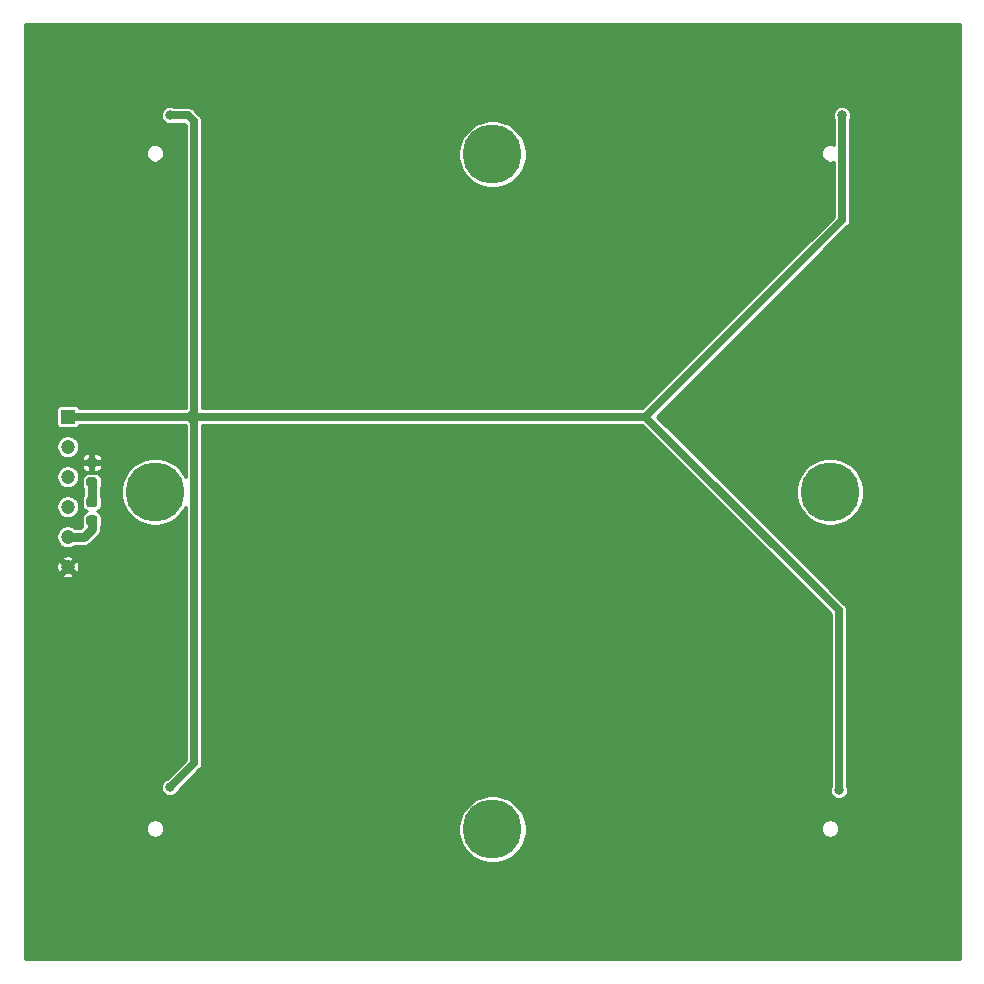
<source format=gtl>
G04 #@! TF.GenerationSoftware,KiCad,Pcbnew,5.1.10-88a1d61d58~88~ubuntu18.04.1*
G04 #@! TF.CreationDate,2021-09-30T10:19:46+02:00*
G04 #@! TF.ProjectId,pmod_microphone_array_2x2,706d6f64-5f6d-4696-9372-6f70686f6e65,1.0.0*
G04 #@! TF.SameCoordinates,Original*
G04 #@! TF.FileFunction,Copper,L1,Top*
G04 #@! TF.FilePolarity,Positive*
%FSLAX46Y46*%
G04 Gerber Fmt 4.6, Leading zero omitted, Abs format (unit mm)*
G04 Created by KiCad (PCBNEW 5.1.10-88a1d61d58~88~ubuntu18.04.1) date 2021-09-30 10:19:46*
%MOMM*%
%LPD*%
G01*
G04 APERTURE LIST*
G04 #@! TA.AperFunction,ComponentPad*
%ADD10R,1.200000X1.200000*%
G04 #@! TD*
G04 #@! TA.AperFunction,ComponentPad*
%ADD11C,1.200000*%
G04 #@! TD*
G04 #@! TA.AperFunction,ViaPad*
%ADD12C,5.000000*%
G04 #@! TD*
G04 #@! TA.AperFunction,ViaPad*
%ADD13C,0.900000*%
G04 #@! TD*
G04 #@! TA.AperFunction,ViaPad*
%ADD14C,0.800000*%
G04 #@! TD*
G04 #@! TA.AperFunction,Conductor*
%ADD15C,0.750000*%
G04 #@! TD*
G04 #@! TA.AperFunction,Conductor*
%ADD16C,0.650000*%
G04 #@! TD*
G04 #@! TA.AperFunction,Conductor*
%ADD17C,0.254000*%
G04 #@! TD*
G04 #@! TA.AperFunction,Conductor*
%ADD18C,0.100000*%
G04 #@! TD*
G04 APERTURE END LIST*
D10*
X30226000Y-86233000D03*
D11*
X30226000Y-88773000D03*
X30226000Y-91313000D03*
X30226000Y-93853000D03*
X30226000Y-96393000D03*
X30226000Y-98933000D03*
G04 #@! TA.AperFunction,SMDPad,CuDef*
G36*
G01*
X31983000Y-91357000D02*
X32533000Y-91357000D01*
G75*
G02*
X32733000Y-91557000I0J-200000D01*
G01*
X32733000Y-91957000D01*
G75*
G02*
X32533000Y-92157000I-200000J0D01*
G01*
X31983000Y-92157000D01*
G75*
G02*
X31783000Y-91957000I0J200000D01*
G01*
X31783000Y-91557000D01*
G75*
G02*
X31983000Y-91357000I200000J0D01*
G01*
G37*
G04 #@! TD.AperFunction*
G04 #@! TA.AperFunction,SMDPad,CuDef*
G36*
G01*
X31983000Y-89707000D02*
X32533000Y-89707000D01*
G75*
G02*
X32733000Y-89907000I0J-200000D01*
G01*
X32733000Y-90307000D01*
G75*
G02*
X32533000Y-90507000I-200000J0D01*
G01*
X31983000Y-90507000D01*
G75*
G02*
X31783000Y-90307000I0J200000D01*
G01*
X31783000Y-89907000D01*
G75*
G02*
X31983000Y-89707000I200000J0D01*
G01*
G37*
G04 #@! TD.AperFunction*
G04 #@! TA.AperFunction,SMDPad,CuDef*
G36*
G01*
X32514250Y-93884000D02*
X32001750Y-93884000D01*
G75*
G02*
X31783000Y-93665250I0J218750D01*
G01*
X31783000Y-93227750D01*
G75*
G02*
X32001750Y-93009000I218750J0D01*
G01*
X32514250Y-93009000D01*
G75*
G02*
X32733000Y-93227750I0J-218750D01*
G01*
X32733000Y-93665250D01*
G75*
G02*
X32514250Y-93884000I-218750J0D01*
G01*
G37*
G04 #@! TD.AperFunction*
G04 #@! TA.AperFunction,SMDPad,CuDef*
G36*
G01*
X32514250Y-95459000D02*
X32001750Y-95459000D01*
G75*
G02*
X31783000Y-95240250I0J218750D01*
G01*
X31783000Y-94802750D01*
G75*
G02*
X32001750Y-94584000I218750J0D01*
G01*
X32514250Y-94584000D01*
G75*
G02*
X32733000Y-94802750I0J-218750D01*
G01*
X32733000Y-95240250D01*
G75*
G02*
X32514250Y-95459000I-218750J0D01*
G01*
G37*
G04 #@! TD.AperFunction*
D12*
X66177000Y-64008000D03*
X37592000Y-92583000D03*
X94762000Y-92583000D03*
X66177000Y-121158000D03*
D13*
X90678000Y-62484000D03*
X33528000Y-62484000D03*
D14*
X33655000Y-119634000D03*
X90805000Y-119634000D03*
X95504000Y-117856000D03*
X38862000Y-117602000D03*
X38862000Y-60706000D03*
X95758000Y-60706000D03*
D15*
X30226000Y-96393000D02*
X31623000Y-96393000D01*
X32258000Y-95758000D02*
X32258000Y-95021500D01*
X31623000Y-96393000D02*
X32258000Y-95758000D01*
D16*
X38862000Y-117602000D02*
X40894000Y-115570000D01*
X40894000Y-86614000D02*
X40513000Y-86233000D01*
X30226000Y-86233000D02*
X40513000Y-86233000D01*
X40894000Y-115570000D02*
X40894000Y-87122000D01*
X40894000Y-87122000D02*
X40894000Y-86614000D01*
X40894000Y-61214000D02*
X40894000Y-85598000D01*
X40386000Y-60706000D02*
X40894000Y-61214000D01*
X38862000Y-60706000D02*
X40386000Y-60706000D01*
X40894000Y-85598000D02*
X40894000Y-84582000D01*
X40894000Y-87122000D02*
X40894000Y-85598000D01*
X95504000Y-117856000D02*
X95504000Y-102616000D01*
X79121000Y-86233000D02*
X66421000Y-86233000D01*
X95504000Y-102616000D02*
X79121000Y-86233000D01*
X66421000Y-86233000D02*
X69215000Y-86233000D01*
X40513000Y-86233000D02*
X66421000Y-86233000D01*
X95758000Y-69596000D02*
X95377000Y-69977000D01*
X95758000Y-60706000D02*
X95758000Y-69596000D01*
X95377000Y-69977000D02*
X79121000Y-86233000D01*
X40894000Y-85852000D02*
X40513000Y-86233000D01*
X40894000Y-85598000D02*
X40894000Y-85852000D01*
D15*
X32258000Y-93446500D02*
X32258000Y-91757000D01*
D17*
X105731001Y-132147000D02*
X26593000Y-132147000D01*
X26593000Y-121019078D01*
X36811000Y-121019078D01*
X36811000Y-121172922D01*
X36841013Y-121323809D01*
X36899887Y-121465942D01*
X36985358Y-121593859D01*
X37094141Y-121702642D01*
X37222058Y-121788113D01*
X37364191Y-121846987D01*
X37515078Y-121877000D01*
X37668922Y-121877000D01*
X37819809Y-121846987D01*
X37961942Y-121788113D01*
X38089859Y-121702642D01*
X38198642Y-121593859D01*
X38284113Y-121465942D01*
X38342987Y-121323809D01*
X38373000Y-121172922D01*
X38373000Y-121019078D01*
X38344192Y-120874246D01*
X63296000Y-120874246D01*
X63296000Y-121441754D01*
X63406715Y-121998357D01*
X63623891Y-122522665D01*
X63939181Y-122994530D01*
X64340470Y-123395819D01*
X64812335Y-123711109D01*
X65336643Y-123928285D01*
X65893246Y-124039000D01*
X66460754Y-124039000D01*
X67017357Y-123928285D01*
X67541665Y-123711109D01*
X68013530Y-123395819D01*
X68414819Y-122994530D01*
X68730109Y-122522665D01*
X68947285Y-121998357D01*
X69058000Y-121441754D01*
X69058000Y-121019078D01*
X93981000Y-121019078D01*
X93981000Y-121172922D01*
X94011013Y-121323809D01*
X94069887Y-121465942D01*
X94155358Y-121593859D01*
X94264141Y-121702642D01*
X94392058Y-121788113D01*
X94534191Y-121846987D01*
X94685078Y-121877000D01*
X94838922Y-121877000D01*
X94989809Y-121846987D01*
X95131942Y-121788113D01*
X95259859Y-121702642D01*
X95368642Y-121593859D01*
X95454113Y-121465942D01*
X95512987Y-121323809D01*
X95543000Y-121172922D01*
X95543000Y-121019078D01*
X95512987Y-120868191D01*
X95454113Y-120726058D01*
X95368642Y-120598141D01*
X95259859Y-120489358D01*
X95131942Y-120403887D01*
X94989809Y-120345013D01*
X94838922Y-120315000D01*
X94685078Y-120315000D01*
X94534191Y-120345013D01*
X94392058Y-120403887D01*
X94264141Y-120489358D01*
X94155358Y-120598141D01*
X94069887Y-120726058D01*
X94011013Y-120868191D01*
X93981000Y-121019078D01*
X69058000Y-121019078D01*
X69058000Y-120874246D01*
X68947285Y-120317643D01*
X68730109Y-119793335D01*
X68414819Y-119321470D01*
X68013530Y-118920181D01*
X67541665Y-118604891D01*
X67017357Y-118387715D01*
X66460754Y-118277000D01*
X65893246Y-118277000D01*
X65336643Y-118387715D01*
X64812335Y-118604891D01*
X64340470Y-118920181D01*
X63939181Y-119321470D01*
X63623891Y-119793335D01*
X63406715Y-120317643D01*
X63296000Y-120874246D01*
X38344192Y-120874246D01*
X38342987Y-120868191D01*
X38284113Y-120726058D01*
X38198642Y-120598141D01*
X38089859Y-120489358D01*
X37961942Y-120403887D01*
X37819809Y-120345013D01*
X37668922Y-120315000D01*
X37515078Y-120315000D01*
X37364191Y-120345013D01*
X37222058Y-120403887D01*
X37094141Y-120489358D01*
X36985358Y-120598141D01*
X36899887Y-120726058D01*
X36841013Y-120868191D01*
X36811000Y-121019078D01*
X26593000Y-121019078D01*
X26593000Y-99646042D01*
X29692563Y-99646042D01*
X29754166Y-99798489D01*
X29932081Y-99873909D01*
X30121291Y-99913171D01*
X30314525Y-99914765D01*
X30504356Y-99878630D01*
X30683491Y-99806155D01*
X30697834Y-99798489D01*
X30759437Y-99646042D01*
X30226000Y-99112605D01*
X29692563Y-99646042D01*
X26593000Y-99646042D01*
X26593000Y-99021525D01*
X29244235Y-99021525D01*
X29280370Y-99211356D01*
X29352845Y-99390491D01*
X29360511Y-99404834D01*
X29512958Y-99466437D01*
X30046395Y-98933000D01*
X30405605Y-98933000D01*
X30939042Y-99466437D01*
X31091489Y-99404834D01*
X31166909Y-99226919D01*
X31206171Y-99037709D01*
X31207765Y-98844475D01*
X31171630Y-98654644D01*
X31099155Y-98475509D01*
X31091489Y-98461166D01*
X30939042Y-98399563D01*
X30405605Y-98933000D01*
X30046395Y-98933000D01*
X29512958Y-98399563D01*
X29360511Y-98461166D01*
X29285091Y-98639081D01*
X29245829Y-98828291D01*
X29244235Y-99021525D01*
X26593000Y-99021525D01*
X26593000Y-98219958D01*
X29692563Y-98219958D01*
X30226000Y-98753395D01*
X30759437Y-98219958D01*
X30697834Y-98067511D01*
X30519919Y-97992091D01*
X30330709Y-97952829D01*
X30137475Y-97951235D01*
X29947644Y-97987370D01*
X29768509Y-98059845D01*
X29754166Y-98067511D01*
X29692563Y-98219958D01*
X26593000Y-98219958D01*
X26593000Y-96296380D01*
X29245000Y-96296380D01*
X29245000Y-96489620D01*
X29282699Y-96679147D01*
X29356649Y-96857678D01*
X29464007Y-97018351D01*
X29600649Y-97154993D01*
X29761322Y-97262351D01*
X29939853Y-97336301D01*
X30129380Y-97374000D01*
X30322620Y-97374000D01*
X30512147Y-97336301D01*
X30690678Y-97262351D01*
X30851351Y-97154993D01*
X30857344Y-97149000D01*
X31585871Y-97149000D01*
X31623000Y-97152657D01*
X31660129Y-97149000D01*
X31771202Y-97138060D01*
X31913708Y-97094832D01*
X32045043Y-97024632D01*
X32160159Y-96930159D01*
X32183837Y-96901307D01*
X32766318Y-96318828D01*
X32795159Y-96295159D01*
X32889632Y-96180043D01*
X32935379Y-96094456D01*
X32959832Y-96048709D01*
X33003061Y-95906202D01*
X33017657Y-95758000D01*
X33014000Y-95720868D01*
X33014000Y-95575033D01*
X33014456Y-95574477D01*
X33070049Y-95470470D01*
X33104284Y-95357615D01*
X33115843Y-95240250D01*
X33115843Y-94802750D01*
X33104284Y-94685385D01*
X33070049Y-94572530D01*
X33014456Y-94468523D01*
X32939640Y-94377360D01*
X32848477Y-94302544D01*
X32744470Y-94246951D01*
X32701777Y-94234000D01*
X32744470Y-94221049D01*
X32848477Y-94165456D01*
X32939640Y-94090640D01*
X33014456Y-93999477D01*
X33070049Y-93895470D01*
X33104284Y-93782615D01*
X33115843Y-93665250D01*
X33115843Y-93227750D01*
X33104284Y-93110385D01*
X33070049Y-92997530D01*
X33014456Y-92893523D01*
X33014000Y-92892967D01*
X33014000Y-92285216D01*
X33017616Y-92280810D01*
X33071477Y-92180044D01*
X33104644Y-92070707D01*
X33115843Y-91957000D01*
X33115843Y-91557000D01*
X33104644Y-91443293D01*
X33071477Y-91333956D01*
X33017616Y-91233190D01*
X32945132Y-91144868D01*
X32856810Y-91072384D01*
X32756044Y-91018523D01*
X32646707Y-90985356D01*
X32533000Y-90974157D01*
X31983000Y-90974157D01*
X31869293Y-90985356D01*
X31759956Y-91018523D01*
X31659190Y-91072384D01*
X31570868Y-91144868D01*
X31498384Y-91233190D01*
X31444523Y-91333956D01*
X31411356Y-91443293D01*
X31400157Y-91557000D01*
X31400157Y-91957000D01*
X31411356Y-92070707D01*
X31444523Y-92180044D01*
X31498384Y-92280810D01*
X31502001Y-92285217D01*
X31502000Y-92892967D01*
X31501544Y-92893523D01*
X31445951Y-92997530D01*
X31411716Y-93110385D01*
X31400157Y-93227750D01*
X31400157Y-93665250D01*
X31411716Y-93782615D01*
X31445951Y-93895470D01*
X31501544Y-93999477D01*
X31576360Y-94090640D01*
X31667523Y-94165456D01*
X31771530Y-94221049D01*
X31814223Y-94234000D01*
X31771530Y-94246951D01*
X31667523Y-94302544D01*
X31576360Y-94377360D01*
X31501544Y-94468523D01*
X31445951Y-94572530D01*
X31411716Y-94685385D01*
X31400157Y-94802750D01*
X31400157Y-95240250D01*
X31411716Y-95357615D01*
X31445951Y-95470470D01*
X31456552Y-95490303D01*
X31309855Y-95637000D01*
X30857344Y-95637000D01*
X30851351Y-95631007D01*
X30690678Y-95523649D01*
X30512147Y-95449699D01*
X30322620Y-95412000D01*
X30129380Y-95412000D01*
X29939853Y-95449699D01*
X29761322Y-95523649D01*
X29600649Y-95631007D01*
X29464007Y-95767649D01*
X29356649Y-95928322D01*
X29282699Y-96106853D01*
X29245000Y-96296380D01*
X26593000Y-96296380D01*
X26593000Y-93756380D01*
X29245000Y-93756380D01*
X29245000Y-93949620D01*
X29282699Y-94139147D01*
X29356649Y-94317678D01*
X29464007Y-94478351D01*
X29600649Y-94614993D01*
X29761322Y-94722351D01*
X29939853Y-94796301D01*
X30129380Y-94834000D01*
X30322620Y-94834000D01*
X30512147Y-94796301D01*
X30690678Y-94722351D01*
X30851351Y-94614993D01*
X30987993Y-94478351D01*
X31095351Y-94317678D01*
X31169301Y-94139147D01*
X31207000Y-93949620D01*
X31207000Y-93756380D01*
X31169301Y-93566853D01*
X31095351Y-93388322D01*
X30987993Y-93227649D01*
X30851351Y-93091007D01*
X30690678Y-92983649D01*
X30512147Y-92909699D01*
X30322620Y-92872000D01*
X30129380Y-92872000D01*
X29939853Y-92909699D01*
X29761322Y-92983649D01*
X29600649Y-93091007D01*
X29464007Y-93227649D01*
X29356649Y-93388322D01*
X29282699Y-93566853D01*
X29245000Y-93756380D01*
X26593000Y-93756380D01*
X26593000Y-91216380D01*
X29245000Y-91216380D01*
X29245000Y-91409620D01*
X29282699Y-91599147D01*
X29356649Y-91777678D01*
X29464007Y-91938351D01*
X29600649Y-92074993D01*
X29761322Y-92182351D01*
X29939853Y-92256301D01*
X30129380Y-92294000D01*
X30322620Y-92294000D01*
X30512147Y-92256301D01*
X30690678Y-92182351D01*
X30851351Y-92074993D01*
X30987993Y-91938351D01*
X31095351Y-91777678D01*
X31169301Y-91599147D01*
X31207000Y-91409620D01*
X31207000Y-91216380D01*
X31169301Y-91026853D01*
X31095351Y-90848322D01*
X30987993Y-90687649D01*
X30851351Y-90551007D01*
X30785490Y-90507000D01*
X31400157Y-90507000D01*
X31407513Y-90581689D01*
X31429299Y-90653508D01*
X31464678Y-90719696D01*
X31512289Y-90777711D01*
X31570304Y-90825322D01*
X31636492Y-90860701D01*
X31708311Y-90882487D01*
X31783000Y-90889843D01*
X32035750Y-90888000D01*
X32131000Y-90792750D01*
X32131000Y-90234000D01*
X32385000Y-90234000D01*
X32385000Y-90792750D01*
X32480250Y-90888000D01*
X32733000Y-90889843D01*
X32807689Y-90882487D01*
X32879508Y-90860701D01*
X32945696Y-90825322D01*
X33003711Y-90777711D01*
X33051322Y-90719696D01*
X33086701Y-90653508D01*
X33108487Y-90581689D01*
X33115843Y-90507000D01*
X33114000Y-90329250D01*
X33018750Y-90234000D01*
X32385000Y-90234000D01*
X32131000Y-90234000D01*
X31497250Y-90234000D01*
X31402000Y-90329250D01*
X31400157Y-90507000D01*
X30785490Y-90507000D01*
X30690678Y-90443649D01*
X30512147Y-90369699D01*
X30322620Y-90332000D01*
X30129380Y-90332000D01*
X29939853Y-90369699D01*
X29761322Y-90443649D01*
X29600649Y-90551007D01*
X29464007Y-90687649D01*
X29356649Y-90848322D01*
X29282699Y-91026853D01*
X29245000Y-91216380D01*
X26593000Y-91216380D01*
X26593000Y-88676380D01*
X29245000Y-88676380D01*
X29245000Y-88869620D01*
X29282699Y-89059147D01*
X29356649Y-89237678D01*
X29464007Y-89398351D01*
X29600649Y-89534993D01*
X29761322Y-89642351D01*
X29939853Y-89716301D01*
X30129380Y-89754000D01*
X30322620Y-89754000D01*
X30512147Y-89716301D01*
X30534601Y-89707000D01*
X31400157Y-89707000D01*
X31402000Y-89884750D01*
X31497250Y-89980000D01*
X32131000Y-89980000D01*
X32131000Y-89421250D01*
X32385000Y-89421250D01*
X32385000Y-89980000D01*
X33018750Y-89980000D01*
X33114000Y-89884750D01*
X33115843Y-89707000D01*
X33108487Y-89632311D01*
X33086701Y-89560492D01*
X33051322Y-89494304D01*
X33003711Y-89436289D01*
X32945696Y-89388678D01*
X32879508Y-89353299D01*
X32807689Y-89331513D01*
X32733000Y-89324157D01*
X32480250Y-89326000D01*
X32385000Y-89421250D01*
X32131000Y-89421250D01*
X32035750Y-89326000D01*
X31783000Y-89324157D01*
X31708311Y-89331513D01*
X31636492Y-89353299D01*
X31570304Y-89388678D01*
X31512289Y-89436289D01*
X31464678Y-89494304D01*
X31429299Y-89560492D01*
X31407513Y-89632311D01*
X31400157Y-89707000D01*
X30534601Y-89707000D01*
X30690678Y-89642351D01*
X30851351Y-89534993D01*
X30987993Y-89398351D01*
X31095351Y-89237678D01*
X31169301Y-89059147D01*
X31207000Y-88869620D01*
X31207000Y-88676380D01*
X31169301Y-88486853D01*
X31095351Y-88308322D01*
X30987993Y-88147649D01*
X30851351Y-88011007D01*
X30690678Y-87903649D01*
X30512147Y-87829699D01*
X30322620Y-87792000D01*
X30129380Y-87792000D01*
X29939853Y-87829699D01*
X29761322Y-87903649D01*
X29600649Y-88011007D01*
X29464007Y-88147649D01*
X29356649Y-88308322D01*
X29282699Y-88486853D01*
X29245000Y-88676380D01*
X26593000Y-88676380D01*
X26593000Y-85633000D01*
X29243157Y-85633000D01*
X29243157Y-86833000D01*
X29250513Y-86907689D01*
X29272299Y-86979508D01*
X29307678Y-87045696D01*
X29355289Y-87103711D01*
X29413304Y-87151322D01*
X29479492Y-87186701D01*
X29551311Y-87208487D01*
X29626000Y-87215843D01*
X30826000Y-87215843D01*
X30900689Y-87208487D01*
X30972508Y-87186701D01*
X31038696Y-87151322D01*
X31096711Y-87103711D01*
X31144322Y-87045696D01*
X31179701Y-86979508D01*
X31191989Y-86939000D01*
X40188000Y-86939000D01*
X40188000Y-87156683D01*
X40188001Y-87156693D01*
X40188001Y-91321885D01*
X40145109Y-91218335D01*
X39829819Y-90746470D01*
X39428530Y-90345181D01*
X38956665Y-90029891D01*
X38432357Y-89812715D01*
X37875754Y-89702000D01*
X37308246Y-89702000D01*
X36751643Y-89812715D01*
X36227335Y-90029891D01*
X35755470Y-90345181D01*
X35354181Y-90746470D01*
X35038891Y-91218335D01*
X34821715Y-91742643D01*
X34711000Y-92299246D01*
X34711000Y-92866754D01*
X34821715Y-93423357D01*
X35038891Y-93947665D01*
X35354181Y-94419530D01*
X35755470Y-94820819D01*
X36227335Y-95136109D01*
X36751643Y-95353285D01*
X37308246Y-95464000D01*
X37875754Y-95464000D01*
X38432357Y-95353285D01*
X38956665Y-95136109D01*
X39428530Y-94820819D01*
X39829819Y-94419530D01*
X40145109Y-93947665D01*
X40188001Y-93844115D01*
X40188000Y-115277565D01*
X38600666Y-116864899D01*
X38492058Y-116909887D01*
X38364141Y-116995358D01*
X38255358Y-117104141D01*
X38169887Y-117232058D01*
X38111013Y-117374191D01*
X38081000Y-117525078D01*
X38081000Y-117678922D01*
X38111013Y-117829809D01*
X38169887Y-117971942D01*
X38255358Y-118099859D01*
X38364141Y-118208642D01*
X38492058Y-118294113D01*
X38634191Y-118352987D01*
X38785078Y-118383000D01*
X38938922Y-118383000D01*
X39089809Y-118352987D01*
X39231942Y-118294113D01*
X39359859Y-118208642D01*
X39468642Y-118099859D01*
X39554113Y-117971942D01*
X39599101Y-117863334D01*
X41368698Y-116093737D01*
X41395632Y-116071633D01*
X41417738Y-116044697D01*
X41417742Y-116044693D01*
X41483857Y-115964131D01*
X41483859Y-115964129D01*
X41549415Y-115841482D01*
X41589785Y-115708400D01*
X41600000Y-115604684D01*
X41600000Y-115604681D01*
X41603416Y-115570000D01*
X41600000Y-115535319D01*
X41600000Y-86939000D01*
X78828566Y-86939000D01*
X94798001Y-102908435D01*
X94798000Y-117519584D01*
X94753013Y-117628191D01*
X94723000Y-117779078D01*
X94723000Y-117932922D01*
X94753013Y-118083809D01*
X94811887Y-118225942D01*
X94897358Y-118353859D01*
X95006141Y-118462642D01*
X95134058Y-118548113D01*
X95276191Y-118606987D01*
X95427078Y-118637000D01*
X95580922Y-118637000D01*
X95731809Y-118606987D01*
X95873942Y-118548113D01*
X96001859Y-118462642D01*
X96110642Y-118353859D01*
X96196113Y-118225942D01*
X96254987Y-118083809D01*
X96285000Y-117932922D01*
X96285000Y-117779078D01*
X96254987Y-117628191D01*
X96210000Y-117519584D01*
X96210000Y-102650681D01*
X96213416Y-102616000D01*
X96210000Y-102581316D01*
X96199785Y-102477600D01*
X96159415Y-102344518D01*
X96093858Y-102221869D01*
X96060358Y-102181050D01*
X96005633Y-102114367D01*
X95978688Y-102092254D01*
X86185680Y-92299246D01*
X91881000Y-92299246D01*
X91881000Y-92866754D01*
X91991715Y-93423357D01*
X92208891Y-93947665D01*
X92524181Y-94419530D01*
X92925470Y-94820819D01*
X93397335Y-95136109D01*
X93921643Y-95353285D01*
X94478246Y-95464000D01*
X95045754Y-95464000D01*
X95602357Y-95353285D01*
X96126665Y-95136109D01*
X96598530Y-94820819D01*
X96999819Y-94419530D01*
X97315109Y-93947665D01*
X97532285Y-93423357D01*
X97643000Y-92866754D01*
X97643000Y-92299246D01*
X97532285Y-91742643D01*
X97315109Y-91218335D01*
X96999819Y-90746470D01*
X96598530Y-90345181D01*
X96126665Y-90029891D01*
X95602357Y-89812715D01*
X95045754Y-89702000D01*
X94478246Y-89702000D01*
X93921643Y-89812715D01*
X93397335Y-90029891D01*
X92925470Y-90345181D01*
X92524181Y-90746470D01*
X92208891Y-91218335D01*
X91991715Y-91742643D01*
X91881000Y-92299246D01*
X86185680Y-92299246D01*
X80119434Y-86233000D01*
X96232688Y-70119746D01*
X96259633Y-70097633D01*
X96347858Y-69990130D01*
X96413415Y-69867482D01*
X96453785Y-69734400D01*
X96464000Y-69630684D01*
X96464000Y-69630675D01*
X96467415Y-69596001D01*
X96464000Y-69561327D01*
X96464000Y-61042416D01*
X96508987Y-60933809D01*
X96539000Y-60782922D01*
X96539000Y-60629078D01*
X96508987Y-60478191D01*
X96450113Y-60336058D01*
X96364642Y-60208141D01*
X96255859Y-60099358D01*
X96127942Y-60013887D01*
X95985809Y-59955013D01*
X95834922Y-59925000D01*
X95681078Y-59925000D01*
X95530191Y-59955013D01*
X95388058Y-60013887D01*
X95260141Y-60099358D01*
X95151358Y-60208141D01*
X95065887Y-60336058D01*
X95007013Y-60478191D01*
X94977000Y-60629078D01*
X94977000Y-60782922D01*
X95007013Y-60933809D01*
X95052000Y-61042416D01*
X95052000Y-63200774D01*
X94989809Y-63175013D01*
X94838922Y-63145000D01*
X94685078Y-63145000D01*
X94534191Y-63175013D01*
X94392058Y-63233887D01*
X94264141Y-63319358D01*
X94155358Y-63428141D01*
X94069887Y-63556058D01*
X94011013Y-63698191D01*
X93981000Y-63849078D01*
X93981000Y-64002922D01*
X94011013Y-64153809D01*
X94069887Y-64295942D01*
X94155358Y-64423859D01*
X94264141Y-64532642D01*
X94392058Y-64618113D01*
X94534191Y-64676987D01*
X94685078Y-64707000D01*
X94838922Y-64707000D01*
X94989809Y-64676987D01*
X95052000Y-64651226D01*
X95052001Y-69303565D01*
X78828566Y-85527000D01*
X41600000Y-85527000D01*
X41600000Y-63724246D01*
X63296000Y-63724246D01*
X63296000Y-64291754D01*
X63406715Y-64848357D01*
X63623891Y-65372665D01*
X63939181Y-65844530D01*
X64340470Y-66245819D01*
X64812335Y-66561109D01*
X65336643Y-66778285D01*
X65893246Y-66889000D01*
X66460754Y-66889000D01*
X67017357Y-66778285D01*
X67541665Y-66561109D01*
X68013530Y-66245819D01*
X68414819Y-65844530D01*
X68730109Y-65372665D01*
X68947285Y-64848357D01*
X69058000Y-64291754D01*
X69058000Y-63724246D01*
X68947285Y-63167643D01*
X68730109Y-62643335D01*
X68414819Y-62171470D01*
X68013530Y-61770181D01*
X67541665Y-61454891D01*
X67017357Y-61237715D01*
X66460754Y-61127000D01*
X65893246Y-61127000D01*
X65336643Y-61237715D01*
X64812335Y-61454891D01*
X64340470Y-61770181D01*
X63939181Y-62171470D01*
X63623891Y-62643335D01*
X63406715Y-63167643D01*
X63296000Y-63724246D01*
X41600000Y-63724246D01*
X41600000Y-61248673D01*
X41603415Y-61213999D01*
X41600000Y-61179325D01*
X41600000Y-61179316D01*
X41589785Y-61075600D01*
X41549415Y-60942518D01*
X41483858Y-60819870D01*
X41483857Y-60819868D01*
X41417742Y-60739307D01*
X41417738Y-60739303D01*
X41395632Y-60712367D01*
X41368697Y-60690262D01*
X40909746Y-60231312D01*
X40887633Y-60204367D01*
X40780130Y-60116142D01*
X40657482Y-60050585D01*
X40524400Y-60010215D01*
X40420684Y-60000000D01*
X40420681Y-60000000D01*
X40386000Y-59996584D01*
X40351319Y-60000000D01*
X39198416Y-60000000D01*
X39089809Y-59955013D01*
X38938922Y-59925000D01*
X38785078Y-59925000D01*
X38634191Y-59955013D01*
X38492058Y-60013887D01*
X38364141Y-60099358D01*
X38255358Y-60208141D01*
X38169887Y-60336058D01*
X38111013Y-60478191D01*
X38081000Y-60629078D01*
X38081000Y-60782922D01*
X38111013Y-60933809D01*
X38169887Y-61075942D01*
X38255358Y-61203859D01*
X38364141Y-61312642D01*
X38492058Y-61398113D01*
X38634191Y-61456987D01*
X38785078Y-61487000D01*
X38938922Y-61487000D01*
X39089809Y-61456987D01*
X39198416Y-61412000D01*
X40093566Y-61412000D01*
X40188000Y-61506435D01*
X40188001Y-84547316D01*
X40188000Y-85527000D01*
X31191989Y-85527000D01*
X31179701Y-85486492D01*
X31144322Y-85420304D01*
X31096711Y-85362289D01*
X31038696Y-85314678D01*
X30972508Y-85279299D01*
X30900689Y-85257513D01*
X30826000Y-85250157D01*
X29626000Y-85250157D01*
X29551311Y-85257513D01*
X29479492Y-85279299D01*
X29413304Y-85314678D01*
X29355289Y-85362289D01*
X29307678Y-85420304D01*
X29272299Y-85486492D01*
X29250513Y-85558311D01*
X29243157Y-85633000D01*
X26593000Y-85633000D01*
X26593000Y-63849078D01*
X36811000Y-63849078D01*
X36811000Y-64002922D01*
X36841013Y-64153809D01*
X36899887Y-64295942D01*
X36985358Y-64423859D01*
X37094141Y-64532642D01*
X37222058Y-64618113D01*
X37364191Y-64676987D01*
X37515078Y-64707000D01*
X37668922Y-64707000D01*
X37819809Y-64676987D01*
X37961942Y-64618113D01*
X38089859Y-64532642D01*
X38198642Y-64423859D01*
X38284113Y-64295942D01*
X38342987Y-64153809D01*
X38373000Y-64002922D01*
X38373000Y-63849078D01*
X38342987Y-63698191D01*
X38284113Y-63556058D01*
X38198642Y-63428141D01*
X38089859Y-63319358D01*
X37961942Y-63233887D01*
X37819809Y-63175013D01*
X37668922Y-63145000D01*
X37515078Y-63145000D01*
X37364191Y-63175013D01*
X37222058Y-63233887D01*
X37094141Y-63319358D01*
X36985358Y-63428141D01*
X36899887Y-63556058D01*
X36841013Y-63698191D01*
X36811000Y-63849078D01*
X26593000Y-63849078D01*
X26593000Y-53009000D01*
X105731000Y-53009000D01*
X105731001Y-132147000D01*
G04 #@! TA.AperFunction,Conductor*
D18*
G36*
X105731001Y-132147000D02*
G01*
X26593000Y-132147000D01*
X26593000Y-121019078D01*
X36811000Y-121019078D01*
X36811000Y-121172922D01*
X36841013Y-121323809D01*
X36899887Y-121465942D01*
X36985358Y-121593859D01*
X37094141Y-121702642D01*
X37222058Y-121788113D01*
X37364191Y-121846987D01*
X37515078Y-121877000D01*
X37668922Y-121877000D01*
X37819809Y-121846987D01*
X37961942Y-121788113D01*
X38089859Y-121702642D01*
X38198642Y-121593859D01*
X38284113Y-121465942D01*
X38342987Y-121323809D01*
X38373000Y-121172922D01*
X38373000Y-121019078D01*
X38344192Y-120874246D01*
X63296000Y-120874246D01*
X63296000Y-121441754D01*
X63406715Y-121998357D01*
X63623891Y-122522665D01*
X63939181Y-122994530D01*
X64340470Y-123395819D01*
X64812335Y-123711109D01*
X65336643Y-123928285D01*
X65893246Y-124039000D01*
X66460754Y-124039000D01*
X67017357Y-123928285D01*
X67541665Y-123711109D01*
X68013530Y-123395819D01*
X68414819Y-122994530D01*
X68730109Y-122522665D01*
X68947285Y-121998357D01*
X69058000Y-121441754D01*
X69058000Y-121019078D01*
X93981000Y-121019078D01*
X93981000Y-121172922D01*
X94011013Y-121323809D01*
X94069887Y-121465942D01*
X94155358Y-121593859D01*
X94264141Y-121702642D01*
X94392058Y-121788113D01*
X94534191Y-121846987D01*
X94685078Y-121877000D01*
X94838922Y-121877000D01*
X94989809Y-121846987D01*
X95131942Y-121788113D01*
X95259859Y-121702642D01*
X95368642Y-121593859D01*
X95454113Y-121465942D01*
X95512987Y-121323809D01*
X95543000Y-121172922D01*
X95543000Y-121019078D01*
X95512987Y-120868191D01*
X95454113Y-120726058D01*
X95368642Y-120598141D01*
X95259859Y-120489358D01*
X95131942Y-120403887D01*
X94989809Y-120345013D01*
X94838922Y-120315000D01*
X94685078Y-120315000D01*
X94534191Y-120345013D01*
X94392058Y-120403887D01*
X94264141Y-120489358D01*
X94155358Y-120598141D01*
X94069887Y-120726058D01*
X94011013Y-120868191D01*
X93981000Y-121019078D01*
X69058000Y-121019078D01*
X69058000Y-120874246D01*
X68947285Y-120317643D01*
X68730109Y-119793335D01*
X68414819Y-119321470D01*
X68013530Y-118920181D01*
X67541665Y-118604891D01*
X67017357Y-118387715D01*
X66460754Y-118277000D01*
X65893246Y-118277000D01*
X65336643Y-118387715D01*
X64812335Y-118604891D01*
X64340470Y-118920181D01*
X63939181Y-119321470D01*
X63623891Y-119793335D01*
X63406715Y-120317643D01*
X63296000Y-120874246D01*
X38344192Y-120874246D01*
X38342987Y-120868191D01*
X38284113Y-120726058D01*
X38198642Y-120598141D01*
X38089859Y-120489358D01*
X37961942Y-120403887D01*
X37819809Y-120345013D01*
X37668922Y-120315000D01*
X37515078Y-120315000D01*
X37364191Y-120345013D01*
X37222058Y-120403887D01*
X37094141Y-120489358D01*
X36985358Y-120598141D01*
X36899887Y-120726058D01*
X36841013Y-120868191D01*
X36811000Y-121019078D01*
X26593000Y-121019078D01*
X26593000Y-99646042D01*
X29692563Y-99646042D01*
X29754166Y-99798489D01*
X29932081Y-99873909D01*
X30121291Y-99913171D01*
X30314525Y-99914765D01*
X30504356Y-99878630D01*
X30683491Y-99806155D01*
X30697834Y-99798489D01*
X30759437Y-99646042D01*
X30226000Y-99112605D01*
X29692563Y-99646042D01*
X26593000Y-99646042D01*
X26593000Y-99021525D01*
X29244235Y-99021525D01*
X29280370Y-99211356D01*
X29352845Y-99390491D01*
X29360511Y-99404834D01*
X29512958Y-99466437D01*
X30046395Y-98933000D01*
X30405605Y-98933000D01*
X30939042Y-99466437D01*
X31091489Y-99404834D01*
X31166909Y-99226919D01*
X31206171Y-99037709D01*
X31207765Y-98844475D01*
X31171630Y-98654644D01*
X31099155Y-98475509D01*
X31091489Y-98461166D01*
X30939042Y-98399563D01*
X30405605Y-98933000D01*
X30046395Y-98933000D01*
X29512958Y-98399563D01*
X29360511Y-98461166D01*
X29285091Y-98639081D01*
X29245829Y-98828291D01*
X29244235Y-99021525D01*
X26593000Y-99021525D01*
X26593000Y-98219958D01*
X29692563Y-98219958D01*
X30226000Y-98753395D01*
X30759437Y-98219958D01*
X30697834Y-98067511D01*
X30519919Y-97992091D01*
X30330709Y-97952829D01*
X30137475Y-97951235D01*
X29947644Y-97987370D01*
X29768509Y-98059845D01*
X29754166Y-98067511D01*
X29692563Y-98219958D01*
X26593000Y-98219958D01*
X26593000Y-96296380D01*
X29245000Y-96296380D01*
X29245000Y-96489620D01*
X29282699Y-96679147D01*
X29356649Y-96857678D01*
X29464007Y-97018351D01*
X29600649Y-97154993D01*
X29761322Y-97262351D01*
X29939853Y-97336301D01*
X30129380Y-97374000D01*
X30322620Y-97374000D01*
X30512147Y-97336301D01*
X30690678Y-97262351D01*
X30851351Y-97154993D01*
X30857344Y-97149000D01*
X31585871Y-97149000D01*
X31623000Y-97152657D01*
X31660129Y-97149000D01*
X31771202Y-97138060D01*
X31913708Y-97094832D01*
X32045043Y-97024632D01*
X32160159Y-96930159D01*
X32183837Y-96901307D01*
X32766318Y-96318828D01*
X32795159Y-96295159D01*
X32889632Y-96180043D01*
X32935379Y-96094456D01*
X32959832Y-96048709D01*
X33003061Y-95906202D01*
X33017657Y-95758000D01*
X33014000Y-95720868D01*
X33014000Y-95575033D01*
X33014456Y-95574477D01*
X33070049Y-95470470D01*
X33104284Y-95357615D01*
X33115843Y-95240250D01*
X33115843Y-94802750D01*
X33104284Y-94685385D01*
X33070049Y-94572530D01*
X33014456Y-94468523D01*
X32939640Y-94377360D01*
X32848477Y-94302544D01*
X32744470Y-94246951D01*
X32701777Y-94234000D01*
X32744470Y-94221049D01*
X32848477Y-94165456D01*
X32939640Y-94090640D01*
X33014456Y-93999477D01*
X33070049Y-93895470D01*
X33104284Y-93782615D01*
X33115843Y-93665250D01*
X33115843Y-93227750D01*
X33104284Y-93110385D01*
X33070049Y-92997530D01*
X33014456Y-92893523D01*
X33014000Y-92892967D01*
X33014000Y-92285216D01*
X33017616Y-92280810D01*
X33071477Y-92180044D01*
X33104644Y-92070707D01*
X33115843Y-91957000D01*
X33115843Y-91557000D01*
X33104644Y-91443293D01*
X33071477Y-91333956D01*
X33017616Y-91233190D01*
X32945132Y-91144868D01*
X32856810Y-91072384D01*
X32756044Y-91018523D01*
X32646707Y-90985356D01*
X32533000Y-90974157D01*
X31983000Y-90974157D01*
X31869293Y-90985356D01*
X31759956Y-91018523D01*
X31659190Y-91072384D01*
X31570868Y-91144868D01*
X31498384Y-91233190D01*
X31444523Y-91333956D01*
X31411356Y-91443293D01*
X31400157Y-91557000D01*
X31400157Y-91957000D01*
X31411356Y-92070707D01*
X31444523Y-92180044D01*
X31498384Y-92280810D01*
X31502001Y-92285217D01*
X31502000Y-92892967D01*
X31501544Y-92893523D01*
X31445951Y-92997530D01*
X31411716Y-93110385D01*
X31400157Y-93227750D01*
X31400157Y-93665250D01*
X31411716Y-93782615D01*
X31445951Y-93895470D01*
X31501544Y-93999477D01*
X31576360Y-94090640D01*
X31667523Y-94165456D01*
X31771530Y-94221049D01*
X31814223Y-94234000D01*
X31771530Y-94246951D01*
X31667523Y-94302544D01*
X31576360Y-94377360D01*
X31501544Y-94468523D01*
X31445951Y-94572530D01*
X31411716Y-94685385D01*
X31400157Y-94802750D01*
X31400157Y-95240250D01*
X31411716Y-95357615D01*
X31445951Y-95470470D01*
X31456552Y-95490303D01*
X31309855Y-95637000D01*
X30857344Y-95637000D01*
X30851351Y-95631007D01*
X30690678Y-95523649D01*
X30512147Y-95449699D01*
X30322620Y-95412000D01*
X30129380Y-95412000D01*
X29939853Y-95449699D01*
X29761322Y-95523649D01*
X29600649Y-95631007D01*
X29464007Y-95767649D01*
X29356649Y-95928322D01*
X29282699Y-96106853D01*
X29245000Y-96296380D01*
X26593000Y-96296380D01*
X26593000Y-93756380D01*
X29245000Y-93756380D01*
X29245000Y-93949620D01*
X29282699Y-94139147D01*
X29356649Y-94317678D01*
X29464007Y-94478351D01*
X29600649Y-94614993D01*
X29761322Y-94722351D01*
X29939853Y-94796301D01*
X30129380Y-94834000D01*
X30322620Y-94834000D01*
X30512147Y-94796301D01*
X30690678Y-94722351D01*
X30851351Y-94614993D01*
X30987993Y-94478351D01*
X31095351Y-94317678D01*
X31169301Y-94139147D01*
X31207000Y-93949620D01*
X31207000Y-93756380D01*
X31169301Y-93566853D01*
X31095351Y-93388322D01*
X30987993Y-93227649D01*
X30851351Y-93091007D01*
X30690678Y-92983649D01*
X30512147Y-92909699D01*
X30322620Y-92872000D01*
X30129380Y-92872000D01*
X29939853Y-92909699D01*
X29761322Y-92983649D01*
X29600649Y-93091007D01*
X29464007Y-93227649D01*
X29356649Y-93388322D01*
X29282699Y-93566853D01*
X29245000Y-93756380D01*
X26593000Y-93756380D01*
X26593000Y-91216380D01*
X29245000Y-91216380D01*
X29245000Y-91409620D01*
X29282699Y-91599147D01*
X29356649Y-91777678D01*
X29464007Y-91938351D01*
X29600649Y-92074993D01*
X29761322Y-92182351D01*
X29939853Y-92256301D01*
X30129380Y-92294000D01*
X30322620Y-92294000D01*
X30512147Y-92256301D01*
X30690678Y-92182351D01*
X30851351Y-92074993D01*
X30987993Y-91938351D01*
X31095351Y-91777678D01*
X31169301Y-91599147D01*
X31207000Y-91409620D01*
X31207000Y-91216380D01*
X31169301Y-91026853D01*
X31095351Y-90848322D01*
X30987993Y-90687649D01*
X30851351Y-90551007D01*
X30785490Y-90507000D01*
X31400157Y-90507000D01*
X31407513Y-90581689D01*
X31429299Y-90653508D01*
X31464678Y-90719696D01*
X31512289Y-90777711D01*
X31570304Y-90825322D01*
X31636492Y-90860701D01*
X31708311Y-90882487D01*
X31783000Y-90889843D01*
X32035750Y-90888000D01*
X32131000Y-90792750D01*
X32131000Y-90234000D01*
X32385000Y-90234000D01*
X32385000Y-90792750D01*
X32480250Y-90888000D01*
X32733000Y-90889843D01*
X32807689Y-90882487D01*
X32879508Y-90860701D01*
X32945696Y-90825322D01*
X33003711Y-90777711D01*
X33051322Y-90719696D01*
X33086701Y-90653508D01*
X33108487Y-90581689D01*
X33115843Y-90507000D01*
X33114000Y-90329250D01*
X33018750Y-90234000D01*
X32385000Y-90234000D01*
X32131000Y-90234000D01*
X31497250Y-90234000D01*
X31402000Y-90329250D01*
X31400157Y-90507000D01*
X30785490Y-90507000D01*
X30690678Y-90443649D01*
X30512147Y-90369699D01*
X30322620Y-90332000D01*
X30129380Y-90332000D01*
X29939853Y-90369699D01*
X29761322Y-90443649D01*
X29600649Y-90551007D01*
X29464007Y-90687649D01*
X29356649Y-90848322D01*
X29282699Y-91026853D01*
X29245000Y-91216380D01*
X26593000Y-91216380D01*
X26593000Y-88676380D01*
X29245000Y-88676380D01*
X29245000Y-88869620D01*
X29282699Y-89059147D01*
X29356649Y-89237678D01*
X29464007Y-89398351D01*
X29600649Y-89534993D01*
X29761322Y-89642351D01*
X29939853Y-89716301D01*
X30129380Y-89754000D01*
X30322620Y-89754000D01*
X30512147Y-89716301D01*
X30534601Y-89707000D01*
X31400157Y-89707000D01*
X31402000Y-89884750D01*
X31497250Y-89980000D01*
X32131000Y-89980000D01*
X32131000Y-89421250D01*
X32385000Y-89421250D01*
X32385000Y-89980000D01*
X33018750Y-89980000D01*
X33114000Y-89884750D01*
X33115843Y-89707000D01*
X33108487Y-89632311D01*
X33086701Y-89560492D01*
X33051322Y-89494304D01*
X33003711Y-89436289D01*
X32945696Y-89388678D01*
X32879508Y-89353299D01*
X32807689Y-89331513D01*
X32733000Y-89324157D01*
X32480250Y-89326000D01*
X32385000Y-89421250D01*
X32131000Y-89421250D01*
X32035750Y-89326000D01*
X31783000Y-89324157D01*
X31708311Y-89331513D01*
X31636492Y-89353299D01*
X31570304Y-89388678D01*
X31512289Y-89436289D01*
X31464678Y-89494304D01*
X31429299Y-89560492D01*
X31407513Y-89632311D01*
X31400157Y-89707000D01*
X30534601Y-89707000D01*
X30690678Y-89642351D01*
X30851351Y-89534993D01*
X30987993Y-89398351D01*
X31095351Y-89237678D01*
X31169301Y-89059147D01*
X31207000Y-88869620D01*
X31207000Y-88676380D01*
X31169301Y-88486853D01*
X31095351Y-88308322D01*
X30987993Y-88147649D01*
X30851351Y-88011007D01*
X30690678Y-87903649D01*
X30512147Y-87829699D01*
X30322620Y-87792000D01*
X30129380Y-87792000D01*
X29939853Y-87829699D01*
X29761322Y-87903649D01*
X29600649Y-88011007D01*
X29464007Y-88147649D01*
X29356649Y-88308322D01*
X29282699Y-88486853D01*
X29245000Y-88676380D01*
X26593000Y-88676380D01*
X26593000Y-85633000D01*
X29243157Y-85633000D01*
X29243157Y-86833000D01*
X29250513Y-86907689D01*
X29272299Y-86979508D01*
X29307678Y-87045696D01*
X29355289Y-87103711D01*
X29413304Y-87151322D01*
X29479492Y-87186701D01*
X29551311Y-87208487D01*
X29626000Y-87215843D01*
X30826000Y-87215843D01*
X30900689Y-87208487D01*
X30972508Y-87186701D01*
X31038696Y-87151322D01*
X31096711Y-87103711D01*
X31144322Y-87045696D01*
X31179701Y-86979508D01*
X31191989Y-86939000D01*
X40188000Y-86939000D01*
X40188000Y-87156683D01*
X40188001Y-87156693D01*
X40188001Y-91321885D01*
X40145109Y-91218335D01*
X39829819Y-90746470D01*
X39428530Y-90345181D01*
X38956665Y-90029891D01*
X38432357Y-89812715D01*
X37875754Y-89702000D01*
X37308246Y-89702000D01*
X36751643Y-89812715D01*
X36227335Y-90029891D01*
X35755470Y-90345181D01*
X35354181Y-90746470D01*
X35038891Y-91218335D01*
X34821715Y-91742643D01*
X34711000Y-92299246D01*
X34711000Y-92866754D01*
X34821715Y-93423357D01*
X35038891Y-93947665D01*
X35354181Y-94419530D01*
X35755470Y-94820819D01*
X36227335Y-95136109D01*
X36751643Y-95353285D01*
X37308246Y-95464000D01*
X37875754Y-95464000D01*
X38432357Y-95353285D01*
X38956665Y-95136109D01*
X39428530Y-94820819D01*
X39829819Y-94419530D01*
X40145109Y-93947665D01*
X40188001Y-93844115D01*
X40188000Y-115277565D01*
X38600666Y-116864899D01*
X38492058Y-116909887D01*
X38364141Y-116995358D01*
X38255358Y-117104141D01*
X38169887Y-117232058D01*
X38111013Y-117374191D01*
X38081000Y-117525078D01*
X38081000Y-117678922D01*
X38111013Y-117829809D01*
X38169887Y-117971942D01*
X38255358Y-118099859D01*
X38364141Y-118208642D01*
X38492058Y-118294113D01*
X38634191Y-118352987D01*
X38785078Y-118383000D01*
X38938922Y-118383000D01*
X39089809Y-118352987D01*
X39231942Y-118294113D01*
X39359859Y-118208642D01*
X39468642Y-118099859D01*
X39554113Y-117971942D01*
X39599101Y-117863334D01*
X41368698Y-116093737D01*
X41395632Y-116071633D01*
X41417738Y-116044697D01*
X41417742Y-116044693D01*
X41483857Y-115964131D01*
X41483859Y-115964129D01*
X41549415Y-115841482D01*
X41589785Y-115708400D01*
X41600000Y-115604684D01*
X41600000Y-115604681D01*
X41603416Y-115570000D01*
X41600000Y-115535319D01*
X41600000Y-86939000D01*
X78828566Y-86939000D01*
X94798001Y-102908435D01*
X94798000Y-117519584D01*
X94753013Y-117628191D01*
X94723000Y-117779078D01*
X94723000Y-117932922D01*
X94753013Y-118083809D01*
X94811887Y-118225942D01*
X94897358Y-118353859D01*
X95006141Y-118462642D01*
X95134058Y-118548113D01*
X95276191Y-118606987D01*
X95427078Y-118637000D01*
X95580922Y-118637000D01*
X95731809Y-118606987D01*
X95873942Y-118548113D01*
X96001859Y-118462642D01*
X96110642Y-118353859D01*
X96196113Y-118225942D01*
X96254987Y-118083809D01*
X96285000Y-117932922D01*
X96285000Y-117779078D01*
X96254987Y-117628191D01*
X96210000Y-117519584D01*
X96210000Y-102650681D01*
X96213416Y-102616000D01*
X96210000Y-102581316D01*
X96199785Y-102477600D01*
X96159415Y-102344518D01*
X96093858Y-102221869D01*
X96060358Y-102181050D01*
X96005633Y-102114367D01*
X95978688Y-102092254D01*
X86185680Y-92299246D01*
X91881000Y-92299246D01*
X91881000Y-92866754D01*
X91991715Y-93423357D01*
X92208891Y-93947665D01*
X92524181Y-94419530D01*
X92925470Y-94820819D01*
X93397335Y-95136109D01*
X93921643Y-95353285D01*
X94478246Y-95464000D01*
X95045754Y-95464000D01*
X95602357Y-95353285D01*
X96126665Y-95136109D01*
X96598530Y-94820819D01*
X96999819Y-94419530D01*
X97315109Y-93947665D01*
X97532285Y-93423357D01*
X97643000Y-92866754D01*
X97643000Y-92299246D01*
X97532285Y-91742643D01*
X97315109Y-91218335D01*
X96999819Y-90746470D01*
X96598530Y-90345181D01*
X96126665Y-90029891D01*
X95602357Y-89812715D01*
X95045754Y-89702000D01*
X94478246Y-89702000D01*
X93921643Y-89812715D01*
X93397335Y-90029891D01*
X92925470Y-90345181D01*
X92524181Y-90746470D01*
X92208891Y-91218335D01*
X91991715Y-91742643D01*
X91881000Y-92299246D01*
X86185680Y-92299246D01*
X80119434Y-86233000D01*
X96232688Y-70119746D01*
X96259633Y-70097633D01*
X96347858Y-69990130D01*
X96413415Y-69867482D01*
X96453785Y-69734400D01*
X96464000Y-69630684D01*
X96464000Y-69630675D01*
X96467415Y-69596001D01*
X96464000Y-69561327D01*
X96464000Y-61042416D01*
X96508987Y-60933809D01*
X96539000Y-60782922D01*
X96539000Y-60629078D01*
X96508987Y-60478191D01*
X96450113Y-60336058D01*
X96364642Y-60208141D01*
X96255859Y-60099358D01*
X96127942Y-60013887D01*
X95985809Y-59955013D01*
X95834922Y-59925000D01*
X95681078Y-59925000D01*
X95530191Y-59955013D01*
X95388058Y-60013887D01*
X95260141Y-60099358D01*
X95151358Y-60208141D01*
X95065887Y-60336058D01*
X95007013Y-60478191D01*
X94977000Y-60629078D01*
X94977000Y-60782922D01*
X95007013Y-60933809D01*
X95052000Y-61042416D01*
X95052000Y-63200774D01*
X94989809Y-63175013D01*
X94838922Y-63145000D01*
X94685078Y-63145000D01*
X94534191Y-63175013D01*
X94392058Y-63233887D01*
X94264141Y-63319358D01*
X94155358Y-63428141D01*
X94069887Y-63556058D01*
X94011013Y-63698191D01*
X93981000Y-63849078D01*
X93981000Y-64002922D01*
X94011013Y-64153809D01*
X94069887Y-64295942D01*
X94155358Y-64423859D01*
X94264141Y-64532642D01*
X94392058Y-64618113D01*
X94534191Y-64676987D01*
X94685078Y-64707000D01*
X94838922Y-64707000D01*
X94989809Y-64676987D01*
X95052000Y-64651226D01*
X95052001Y-69303565D01*
X78828566Y-85527000D01*
X41600000Y-85527000D01*
X41600000Y-63724246D01*
X63296000Y-63724246D01*
X63296000Y-64291754D01*
X63406715Y-64848357D01*
X63623891Y-65372665D01*
X63939181Y-65844530D01*
X64340470Y-66245819D01*
X64812335Y-66561109D01*
X65336643Y-66778285D01*
X65893246Y-66889000D01*
X66460754Y-66889000D01*
X67017357Y-66778285D01*
X67541665Y-66561109D01*
X68013530Y-66245819D01*
X68414819Y-65844530D01*
X68730109Y-65372665D01*
X68947285Y-64848357D01*
X69058000Y-64291754D01*
X69058000Y-63724246D01*
X68947285Y-63167643D01*
X68730109Y-62643335D01*
X68414819Y-62171470D01*
X68013530Y-61770181D01*
X67541665Y-61454891D01*
X67017357Y-61237715D01*
X66460754Y-61127000D01*
X65893246Y-61127000D01*
X65336643Y-61237715D01*
X64812335Y-61454891D01*
X64340470Y-61770181D01*
X63939181Y-62171470D01*
X63623891Y-62643335D01*
X63406715Y-63167643D01*
X63296000Y-63724246D01*
X41600000Y-63724246D01*
X41600000Y-61248673D01*
X41603415Y-61213999D01*
X41600000Y-61179325D01*
X41600000Y-61179316D01*
X41589785Y-61075600D01*
X41549415Y-60942518D01*
X41483858Y-60819870D01*
X41483857Y-60819868D01*
X41417742Y-60739307D01*
X41417738Y-60739303D01*
X41395632Y-60712367D01*
X41368697Y-60690262D01*
X40909746Y-60231312D01*
X40887633Y-60204367D01*
X40780130Y-60116142D01*
X40657482Y-60050585D01*
X40524400Y-60010215D01*
X40420684Y-60000000D01*
X40420681Y-60000000D01*
X40386000Y-59996584D01*
X40351319Y-60000000D01*
X39198416Y-60000000D01*
X39089809Y-59955013D01*
X38938922Y-59925000D01*
X38785078Y-59925000D01*
X38634191Y-59955013D01*
X38492058Y-60013887D01*
X38364141Y-60099358D01*
X38255358Y-60208141D01*
X38169887Y-60336058D01*
X38111013Y-60478191D01*
X38081000Y-60629078D01*
X38081000Y-60782922D01*
X38111013Y-60933809D01*
X38169887Y-61075942D01*
X38255358Y-61203859D01*
X38364141Y-61312642D01*
X38492058Y-61398113D01*
X38634191Y-61456987D01*
X38785078Y-61487000D01*
X38938922Y-61487000D01*
X39089809Y-61456987D01*
X39198416Y-61412000D01*
X40093566Y-61412000D01*
X40188000Y-61506435D01*
X40188001Y-84547316D01*
X40188000Y-85527000D01*
X31191989Y-85527000D01*
X31179701Y-85486492D01*
X31144322Y-85420304D01*
X31096711Y-85362289D01*
X31038696Y-85314678D01*
X30972508Y-85279299D01*
X30900689Y-85257513D01*
X30826000Y-85250157D01*
X29626000Y-85250157D01*
X29551311Y-85257513D01*
X29479492Y-85279299D01*
X29413304Y-85314678D01*
X29355289Y-85362289D01*
X29307678Y-85420304D01*
X29272299Y-85486492D01*
X29250513Y-85558311D01*
X29243157Y-85633000D01*
X26593000Y-85633000D01*
X26593000Y-63849078D01*
X36811000Y-63849078D01*
X36811000Y-64002922D01*
X36841013Y-64153809D01*
X36899887Y-64295942D01*
X36985358Y-64423859D01*
X37094141Y-64532642D01*
X37222058Y-64618113D01*
X37364191Y-64676987D01*
X37515078Y-64707000D01*
X37668922Y-64707000D01*
X37819809Y-64676987D01*
X37961942Y-64618113D01*
X38089859Y-64532642D01*
X38198642Y-64423859D01*
X38284113Y-64295942D01*
X38342987Y-64153809D01*
X38373000Y-64002922D01*
X38373000Y-63849078D01*
X38342987Y-63698191D01*
X38284113Y-63556058D01*
X38198642Y-63428141D01*
X38089859Y-63319358D01*
X37961942Y-63233887D01*
X37819809Y-63175013D01*
X37668922Y-63145000D01*
X37515078Y-63145000D01*
X37364191Y-63175013D01*
X37222058Y-63233887D01*
X37094141Y-63319358D01*
X36985358Y-63428141D01*
X36899887Y-63556058D01*
X36841013Y-63698191D01*
X36811000Y-63849078D01*
X26593000Y-63849078D01*
X26593000Y-53009000D01*
X105731000Y-53009000D01*
X105731001Y-132147000D01*
G37*
G04 #@! TD.AperFunction*
M02*

</source>
